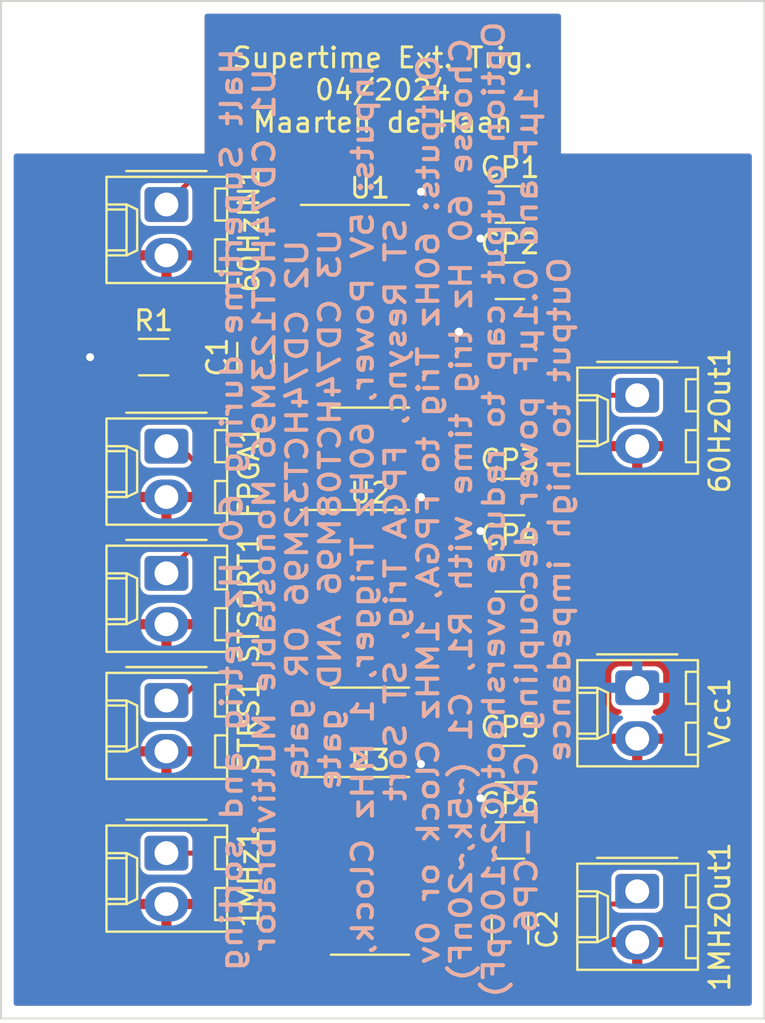
<source format=kicad_pcb>
(kicad_pcb (version 20211014) (generator pcbnew)
  (layers (0 "F.Cu" signal) (31 "B.Cu" signal) (34 "B.Paste" user) (35 "F.Paste" user) (36 "B.SilkS" user "B.Silkscreen") (37 "F.SilkS" user "F.Silkscreen") (38 "B.Mask" user) (39 "F.Mask" user) (44 "Edge.Cuts" user))
  (net 0 "")
  (net 1 "Net-(C1-Pad1)")
  (net 2 "Net-(C1-Pad2)")
  (net 3 "/1 MHz Output")
  (net 4 "GND")
  (net 5 "+5V")
  (net 6 "/60 Hz Trigger")
  (net 7 "/60 Hz Output")
  (net 8 "/1 MHz Clock")
  (net 9 "/Supertime Resync")
  (net 10 "/FPGA input")
  (net 11 "/Supertime Sorting")
  (net 17 "/ST Sort||FPGA input")
  (net 18 "/ST Resync||60 Hz")
  (net 21 "/(ST Resync||60 Hz)&&1 MHz")
  (footprint "Capacitor_SMD:C_1206_3216Metric" (layer "F.Cu") (at 154.94 99.06)
    (fp_text reference "CP6" (at 0 -1.85) (layer "F.SilkS"))
    (fp_text value "1µF")
    (fp_line (start -0.711252 -0.91) (end 0.711252 -0.91) (layer "F.SilkS") (width 0.12))
    (fp_line (start -0.711252 0.91) (end 0.711252 0.91) (layer "F.SilkS") (width 0.12))
    (pad "1" smd roundrect (at -1.475 0) (size 1.15 1.8) (layers "F.Cu" "F.Paste" "F.Mask") (roundrect_rratio 0.2173913043) (net 5 "+5V"))
    (pad "2" smd roundrect (at 1.475 0) (size 1.15 1.8) (layers "F.Cu" "F.Paste" "F.Mask") (roundrect_rratio 0.2173913043) (net 4 "GND"))
  )
  (footprint "Capacitor_SMD:C_1206_3216Metric" (layer "F.Cu") (at 154.94 85.725)
    (fp_text reference "CP4" (at 0 -1.905) (layer "F.SilkS"))
    (fp_text value "1µF")
    (fp_line (start -0.711252 -0.91) (end 0.711252 -0.91) (layer "F.SilkS") (width 0.12))
    (fp_line (start -0.711252 0.91) (end 0.711252 0.91) (layer "F.SilkS") (width 0.12))
    (pad "1" smd roundrect (at -1.475 0) (size 1.15 1.8) (layers "F.Cu" "F.Paste" "F.Mask") (roundrect_rratio 0.2173913043) (net 5 "+5V"))
    (pad "2" smd roundrect (at 1.475 0) (size 1.15 1.8) (layers "F.Cu" "F.Paste" "F.Mask") (roundrect_rratio 0.2173913043) (net 4 "GND"))
  )
  (footprint "Capacitor_SMD:C_1206_3216Metric" (layer "F.Cu") (at 154.94 103.505 -90)
    (fp_text reference "C2" (at 0 -1.85 90) (layer "F.SilkS"))
    (fp_text value "100pF")
    (fp_line (start -0.711252 0.91) (end 0.711252 0.91) (layer "F.SilkS") (width 0.12))
    (fp_line (start -0.711252 -0.91) (end 0.711252 -0.91) (layer "F.SilkS") (width 0.12))
    (pad "1" smd roundrect (at -1.475 0 270) (size 1.15 1.8) (layers "F.Cu" "F.Paste" "F.Mask") (roundrect_rratio 0.2173913043) (net 3 "/1 MHz Output"))
    (pad "2" smd roundrect (at 1.475 0 270) (size 1.15 1.8) (layers "F.Cu" "F.Paste" "F.Mask") (roundrect_rratio 0.2173913043) (net 4 "GND"))
  )
  (footprint "Connector_Molex:Molex_KK-254_AE-6410-02A_1x02_P2.54mm_Vertical" (layer "F.Cu") (at 137.795 99.695 -90)
    (fp_text reference "1MHz1" (at 1.27 -4.12 90) (layer "F.SilkS"))
    (fp_text value "1 MHz Clock")
    (fp_line (start 1.74 -3.03) (end 1.74 -2.43) (layer "F.SilkS") (width 0.12))
    (fp_line (start 1.74 -2.43) (end 3.34 -2.43) (layer "F.SilkS") (width 0.12))
    (fp_line (start -0.8 -2.43) (end 0.8 -2.43) (layer "F.SilkS") (width 0.12))
    (fp_line (start -0.8 -3.03) (end -0.8 -2.43) (layer "F.SilkS") (width 0.12))
    (fp_line (start 0.8 -2.43) (end 0.8 -3.03) (layer "F.SilkS") (width 0.12))
    (fp_line (start 2.29 1.46) (end 2.54 1.99) (layer "F.SilkS") (width 0.12))
    (fp_line (start 2.54 1.99) (end 2.54 2.99) (layer "F.SilkS") (width 0.12))
    (fp_line (start 3.92 -3.03) (end -1.38 -3.03) (layer "F.SilkS") (width 0.12))
    (fp_line (start 2.29 2.99) (end 2.29 1.99) (layer "F.SilkS") (width 0.12))
    (fp_line (start 3.34 -2.43) (end 3.34 -3.03) (layer "F.SilkS") (width 0.12))
    (fp_line (start 3.92 2.99) (end 3.92 -3.03) (layer "F.SilkS") (width 0.12))
    (fp_line (start 0 1.99) (end 0.25 1.46) (layer "F.SilkS") (width 0.12))
    (fp_line (start 0.25 1.46) (end 2.29 1.46) (layer "F.SilkS") (width 0.12))
    (fp_line (start 0 2.99) (end 0 1.99) (layer "F.SilkS") (width 0.12))
    (fp_line (start 0 1.99) (end 2.54 1.99) (layer "F.SilkS") (width 0.12))
    (fp_line (start -1.67 -2) (end -1.67 2) (layer "F.SilkS") (width 0.12))
    (fp_line (start 0.25 2.99) (end 0.25 1.99) (layer "F.SilkS") (width 0.12))
    (fp_line (start -1.38 -3.03) (end -1.38 2.99) (layer "F.SilkS") (width 0.12))
    (fp_line (start -1.38 2.99) (end 3.92 2.99) (layer "F.SilkS") (width 0.12))
    (pad "1" thru_hole roundrect (at 0 0 270) (size 1.74 2.19) (drill 1.19) (layers *.Cu *.Mask) (roundrect_rratio 0.1436781609) (net 8 "/1 MHz Clock"))
    (pad "2" thru_hole oval (at 2.54 0 270) (size 1.74 2.19) (drill 1.19) (layers *.Cu *.Mask) (net 4 "GND"))
  )
  (footprint "Capacitor_SMD:C_1206_3216Metric" (layer "F.Cu") (at 142.24 74.93 -90)
    (fp_text reference "C1" (at 0 1.905 90) (layer "F.SilkS"))
    (fp_text value "20nF")
    (fp_line (start -0.711252 -0.91) (end 0.711252 -0.91) (layer "F.SilkS") (width 0.12))
    (fp_line (start -0.711252 0.91) (end 0.711252 0.91) (layer "F.SilkS") (width 0.12))
    (pad "1" smd roundrect (at -1.475 0 270) (size 1.15 1.8) (layers "F.Cu" "F.Paste" "F.Mask") (roundrect_rratio 0.2173913043) (net 1 "Net-(C1-Pad1)"))
    (pad "2" smd roundrect (at 1.475 0 270) (size 1.15 1.8) (layers "F.Cu" "F.Paste" "F.Mask") (roundrect_rratio 0.2173913043) (net 2 "Net-(C1-Pad2)"))
  )
  (footprint "Package_SO:SOIC-14_3.9x8.7mm_P1.27mm" (layer "F.Cu") (at 147.955 100.33)
    (fp_text reference "U3" (at 0 -5.28) (layer "F.SilkS"))
    (fp_text value "CD74HCT08M96")
    (fp_line (start 0 4.435) (end 1.95 4.435) (layer "F.SilkS") (width 0.12))
    (fp_line (start 0 -4.435) (end 1.95 -4.435) (layer "F.SilkS") (width 0.12))
    (fp_line (start 0 4.435) (end -1.95 4.435) (layer "F.SilkS") (width 0.12))
    (fp_line (start 0 -4.435) (end -3.45 -4.435) (layer "F.SilkS") (width 0.12))
    (pad "1" smd roundrect (at -2.475 -3.81) (size 1.95 0.6) (layers "F.Cu" "F.Paste" "F.Mask") (net 18 "/ST Resync||60 Hz"))
    (pad "2" smd roundrect (at -2.475 -2.54) (size 1.95 0.6) (layers "F.Cu" "F.Paste" "F.Mask") (net 8 "/1 MHz Clock"))
    (pad "3" smd roundrect (at -2.475 -1.27) (size 1.95 0.6) (layers "F.Cu" "F.Paste" "F.Mask") (net 21 "/(ST Resync||60 Hz)&&1 MHz"))
    (pad "4" smd roundrect (at -2.475 0) (size 1.95 0.6) (layers "F.Cu" "F.Paste" "F.Mask") (net 21 "/(ST Resync||60 Hz)&&1 MHz"))
    (pad "5" smd roundrect (at -2.475 1.27) (size 1.95 0.6) (layers "F.Cu" "F.Paste" "F.Mask") (net 17 "/ST Sort||FPGA input"))
    (pad "6" smd roundrect (at -2.475 2.54) (size 1.95 0.6) (layers "F.Cu" "F.Paste" "F.Mask") (net 3 "/1 MHz Output"))
    (pad "7" smd roundrect (at -2.475 3.81) (size 1.95 0.6) (layers "F.Cu" "F.Paste" "F.Mask") (net 4 "GND"))
    (pad "8" smd roundrect (at 2.475 3.81) (size 1.95 0.6) (layers "F.Cu" "F.Paste" "F.Mask"))
    (pad "9" smd roundrect (at 2.475 2.54) (size 1.95 0.6) (layers "F.Cu" "F.Paste" "F.Mask") (net 4 "GND"))
    (pad "10" smd roundrect (at 2.475 1.27) (size 1.95 0.6) (layers "F.Cu" "F.Paste" "F.Mask") (net 4 "GND"))
    (pad "11" smd roundrect (at 2.475 0) (size 1.95 0.6) (layers "F.Cu" "F.Paste" "F.Mask"))
    (pad "12" smd roundrect (at 2.475 -1.27) (size 1.95 0.6) (layers "F.Cu" "F.Paste" "F.Mask") (net 4 "GND"))
    (pad "13" smd roundrect (at 2.475 -2.54) (size 1.95 0.6) (layers "F.Cu" "F.Paste" "F.Mask") (net 4 "GND"))
    (pad "14" smd roundrect (at 2.475 -3.81) (size 1.95 0.6) (layers "F.Cu" "F.Paste" "F.Mask") (net 5 "+5V"))
  )
  (footprint "Connector_Molex:Molex_KK-254_AE-6410-02A_1x02_P2.54mm_Vertical" (layer "F.Cu") (at 137.795 79.375 -90)
    (fp_text reference "FPGA1" (at 1.27 -4.12 90) (layer "F.SilkS"))
    (fp_text value "FPGA Input")
    (fp_line (start 0.25 1.46) (end 2.29 1.46) (layer "F.SilkS") (width 0.12))
    (fp_line (start 2.54 1.99) (end 2.54 2.99) (layer "F.SilkS") (width 0.12))
    (fp_line (start 0 1.99) (end 0.25 1.46) (layer "F.SilkS") (width 0.12))
    (fp_line (start -0.8 -3.03) (end -0.8 -2.43) (layer "F.SilkS") (width 0.12))
    (fp_line (start 2.29 1.46) (end 2.54 1.99) (layer "F.SilkS") (width 0.12))
    (fp_line (start 2.29 2.99) (end 2.29 1.99) (layer "F.SilkS") (width 0.12))
    (fp_line (start 1.74 -3.03) (end 1.74 -2.43) (layer "F.SilkS") (width 0.12))
    (fp_line (start -1.67 -2) (end -1.67 2) (layer "F.SilkS") (width 0.12))
    (fp_line (start 1.74 -2.43) (end 3.34 -2.43) (layer "F.SilkS") (width 0.12))
    (fp_line (start 0 2.99) (end 0 1.99) (layer "F.SilkS") (width 0.12))
    (fp_line (start -1.38 2.99) (end 3.92 2.99) (layer "F.SilkS") (width 0.12))
    (fp_line (start -1.38 -3.03) (end -1.38 2.99) (layer "F.SilkS") (width 0.12))
    (fp_line (start 3.92 2.99) (end 3.92 -3.03) (layer "F.SilkS") (width 0.12))
    (fp_line (start -0.8 -2.43) (end 0.8 -2.43) (layer "F.SilkS") (width 0.12))
    (fp_line (start 0.25 2.99) (end 0.25 1.99) (layer "F.SilkS") (width 0.12))
    (fp_line (start 0.8 -2.43) (end 0.8 -3.03) (layer "F.SilkS") (width 0.12))
    (fp_line (start 3.92 -3.03) (end -1.38 -3.03) (layer "F.SilkS") (width 0.12))
    (fp_line (start 0 1.99) (end 2.54 1.99) (layer "F.SilkS") (width 0.12))
    (fp_line (start 3.34 -2.43) (end 3.34 -3.03) (layer "F.SilkS") (width 0.12))
    (pad "1" thru_hole roundrect (at 0 0 270) (size 1.74 2.19) (drill 1.19) (layers *.Cu *.Mask) (roundrect_rratio 0.1436781609) (net 10 "/FPGA input"))
    (pad "2" thru_hole oval (at 2.54 0 270) (size 1.74 2.19) (drill 1.19) (layers *.Cu *.Mask) (net 4 "GND"))
  )
  (footprint "MountingHole:MountingHole_3.2mm_M3" (layer "F.Cu") (at 135.89 60.96)
    (fp_text reference "H2" hide)
    (fp_text value "MountingHole")
    (pad "" np_thru_hole circle (at 0 0) (size 3.2 3.2) (drill 3.2) (layers *.Cu *.Mask))
  )
  (footprint "Connector_Molex:Molex_KK-254_AE-6410-02A_1x02_P2.54mm_Vertical" (layer "F.Cu") (at 137.795 92.075 -90)
    (fp_text reference "STRS1" (at 1.27 -4.12 90) (layer "F.SilkS"))
    (fp_text value "Supertime Resync")
    (fp_line (start 2.54 1.99) (end 2.54 2.99) (layer "F.SilkS") (width 0.12))
    (fp_line (start 1.74 -3.03) (end 1.74 -2.43) (layer "F.SilkS") (width 0.12))
    (fp_line (start 0 1.99) (end 0.25 1.46) (layer "F.SilkS") (width 0.12))
    (fp_line (start 1.74 -2.43) (end 3.34 -2.43) (layer "F.SilkS") (width 0.12))
    (fp_line (start -1.38 -3.03) (end -1.38 2.99) (layer "F.SilkS") (width 0.12))
    (fp_line (start 0 2.99) (end 0 1.99) (layer "F.SilkS") (width 0.12))
    (fp_line (start -1.67 -2) (end -1.67 2) (layer "F.SilkS") (width 0.12))
    (fp_line (start 2.29 1.46) (end 2.54 1.99) (layer "F.SilkS") (width 0.12))
    (fp_line (start 0.8 -2.43) (end 0.8 -3.03) (layer "F.SilkS") (width 0.12))
    (fp_line (start 0.25 2.99) (end 0.25 1.99) (layer "F.SilkS") (width 0.12))
    (fp_line (start 3.92 -3.03) (end -1.38 -3.03) (layer "F.SilkS") (width 0.12))
    (fp_line (start 0.25 1.46) (end 2.29 1.46) (layer "F.SilkS") (width 0.12))
    (fp_line (start 0 1.99) (end 2.54 1.99) (layer "F.SilkS") (width 0.12))
    (fp_line (start -0.8 -2.43) (end 0.8 -2.43) (layer "F.SilkS") (width 0.12))
    (fp_line (start -1.38 2.99) (end 3.92 2.99) (layer "F.SilkS") (width 0.12))
    (fp_line (start 3.92 2.99) (end 3.92 -3.03) (layer "F.SilkS") (width 0.12))
    (fp_line (start 3.34 -2.43) (end 3.34 -3.03) (layer "F.SilkS") (width 0.12))
    (fp_line (start 2.29 2.99) (end 2.29 1.99) (layer "F.SilkS") (width 0.12))
    (fp_line (start -0.8 -3.03) (end -0.8 -2.43) (layer "F.SilkS") (width 0.12))
    (pad "1" thru_hole roundrect (at 0 0 270) (size 1.74 2.19) (drill 1.19) (layers *.Cu *.Mask) (roundrect_rratio 0.1436781609) (net 9 "/Supertime Resync"))
    (pad "2" thru_hole oval (at 2.54 0 270) (size 1.74 2.19) (drill 1.19) (layers *.Cu *.Mask) (net 4 "GND"))
  )
  (footprint "Resistor_SMD:R_1206_3216Metric" (layer "F.Cu") (at 137.16 74.93)
    (fp_text reference "R1" (at 0 -1.82) (layer "F.SilkS"))
    (fp_text value "5kΩ")
    (fp_line (start -0.727064 -0.91) (end 0.727064 -0.91) (layer "F.SilkS") (width 0.12))
    (fp_line (start -0.727064 0.91) (end 0.727064 0.91) (layer "F.SilkS") (width 0.12))
    (pad "1" smd roundrect (at -1.4625 0) (size 1.125 1.75) (layers "F.Cu" "F.Paste" "F.Mask") (roundrect_rratio 0.2222222222) (net 5 "+5V"))
    (pad "2" smd roundrect (at 1.4625 0) (size 1.125 1.75) (layers "F.Cu" "F.Paste" "F.Mask") (roundrect_rratio 0.2222222222) (net 2 "Net-(C1-Pad2)"))
  )
  (footprint "Connector_Molex:Molex_KK-254_AE-6410-02A_1x02_P2.54mm_Vertical" (layer "F.Cu") (at 137.795 67.31 -90)
    (fp_text reference "60HzIN1" (at 1.27 -4.12 90) (layer "F.SilkS"))
    (fp_text value "60 Hz Trigger")
    (fp_line (start 0.25 1.46) (end 2.29 1.46) (layer "F.SilkS") (width 0.12))
    (fp_line (start 0 1.99) (end 0.25 1.46) (layer "F.SilkS") (width 0.12))
    (fp_line (start -0.8 -3.03) (end -0.8 -2.43) (layer "F.SilkS") (width 0.12))
    (fp_line (start 0 2.99) (end 0 1.99) (layer "F.SilkS") (width 0.12))
    (fp_line (start -0.8 -2.43) (end 0.8 -2.43) (layer "F.SilkS") (width 0.12))
    (fp_line (start 1.74 -2.43) (end 3.34 -2.43) (layer "F.SilkS") (width 0.12))
    (fp_line (start 0 1.99) (end 2.54 1.99) (layer "F.SilkS") (width 0.12))
    (fp_line (start -1.38 -3.03) (end -1.38 2.99) (layer "F.SilkS") (width 0.12))
    (fp_line (start 1.74 -3.03) (end 1.74 -2.43) (layer "F.SilkS") (width 0.12))
    (fp_line (start 3.92 2.99) (end 3.92 -3.03) (layer "F.SilkS") (width 0.12))
    (fp_line (start 2.29 1.46) (end 2.54 1.99) (layer "F.SilkS") (width 0.12))
    (fp_line (start 2.29 2.99) (end 2.29 1.99) (layer "F.SilkS") (width 0.12))
    (fp_line (start -1.38 2.99) (end 3.92 2.99) (layer "F.SilkS") (width 0.12))
    (fp_line (start 0.25 2.99) (end 0.25 1.99) (layer "F.SilkS") (width 0.12))
    (fp_line (start 2.54 1.99) (end 2.54 2.99) (layer "F.SilkS") (width 0.12))
    (fp_line (start 0.8 -2.43) (end 0.8 -3.03) (layer "F.SilkS") (width 0.12))
    (fp_line (start -1.67 -2) (end -1.67 2) (layer "F.SilkS") (width 0.12))
    (fp_line (start 3.92 -3.03) (end -1.38 -3.03) (layer "F.SilkS") (width 0.12))
    (fp_line (start 3.34 -2.43) (end 3.34 -3.03) (layer "F.SilkS") (width 0.12))
    (pad "1" thru_hole roundrect (at 0 0 270) (size 1.74 2.19) (drill 1.19) (layers *.Cu *.Mask) (roundrect_rratio 0.1436781609) (net 6 "/60 Hz Trigger"))
    (pad "2" thru_hole oval (at 2.54 0 270) (size 1.74 2.19) (drill 1.19) (layers *.Cu *.Mask) (net 4 "GND"))
  )
  (footprint "Connector_Molex:Molex_KK-254_AE-6410-02A_1x02_P2.54mm_Vertical" (layer "F.Cu") (at 161.29 101.6 -90)
    (fp_text reference "1MHzOut1" (at 1.27 -4.12 90) (layer "F.SilkS"))
    (fp_text value "1 MHz Output")
    (fp_line (start 0.25 2.99) (end 0.25 1.99) (layer "F.SilkS") (width 0.12))
    (fp_line (start 2.29 2.99) (end 2.29 1.99) (layer "F.SilkS") (width 0.12))
    (fp_line (start -0.8 -2.43) (end 0.8 -2.43) (layer "F.SilkS") (width 0.12))
    (fp_line (start 1.74 -2.43) (end 3.34 -2.43) (layer "F.SilkS") (width 0.12))
    (fp_line (start 0 2.99) (end 0 1.99) (layer "F.SilkS") (width 0.12))
    (fp_line (start 0 1.99) (end 2.54 1.99) (layer "F.SilkS") (width 0.12))
    (fp_line (start 1.74 -3.03) (end 1.74 -2.43) (layer "F.SilkS") (width 0.12))
    (fp_line (start 0 1.99) (end 0.25 1.46) (layer "F.SilkS") (width 0.12))
    (fp_line (start 2.54 1.99) (end 2.54 2.99) (layer "F.SilkS") (width 0.12))
    (fp_line (start 0.25 1.46) (end 2.29 1.46) (layer "F.SilkS") (width 0.12))
    (fp_line (start 3.92 2.99) (end 3.92 -3.03) (layer "F.SilkS") (width 0.12))
    (fp_line (start -0.8 -3.03) (end -0.8 -2.43) (layer "F.SilkS") (width 0.12))
    (fp_line (start 2.29 1.46) (end 2.54 1.99) (layer "F.SilkS") (width 0.12))
    (fp_line (start -1.38 -3.03) (end -1.38 2.99) (layer "F.SilkS") (width 0.12))
    (fp_line (start -1.67 -2) (end -1.67 2) (layer "F.SilkS") (width 0.12))
    (fp_line (start 0.8 -2.43) (end 0.8 -3.03) (layer "F.SilkS") (width 0.12))
    (fp_line (start -1.38 2.99) (end 3.92 2.99) (layer "F.SilkS") (width 0.12))
    (fp_line (start 3.92 -3.03) (end -1.38 -3.03) (layer "F.SilkS") (width 0.12))
    (fp_line (start 3.34 -2.43) (end 3.34 -3.03) (layer "F.SilkS") (width 0.12))
    (pad "1" thru_hole roundrect (at 0 0 270) (size 1.74 2.19) (drill 1.19) (layers *.Cu *.Mask) (roundrect_rratio 0.1436781609) (net 3 "/1 MHz Output"))
    (pad "2" thru_hole oval (at 2.54 0 270) (size 1.74 2.19) (drill 1.19) (layers *.Cu *.Mask) (net 4 "GND"))
  )
  (footprint "Capacitor_SMD:C_1206_3216Metric" (layer "F.Cu") (at 154.94 67.31)
    (fp_text reference "CP1" (at 0 -1.85) (layer "F.SilkS"))
    (fp_text value "100nF")
    (fp_line (start -0.711252 -0.91) (end 0.711252 -0.91) (layer "F.SilkS") (width 0.12))
    (fp_line (start -0.711252 0.91) (end 0.711252 0.91) (layer "F.SilkS") (width 0.12))
    (pad "1" smd roundrect (at -1.475 0) (size 1.15 1.8) (layers "F.Cu" "F.Paste" "F.Mask") (roundrect_rratio 0.2173913043) (net 5 "+5V"))
    (pad "2" smd roundrect (at 1.475 0) (size 1.15 1.8) (layers "F.Cu" "F.Paste" "F.Mask") (roundrect_rratio 0.2173913043) (net 4 "GND"))
  )
  (footprint "Capacitor_SMD:C_1206_3216Metric" (layer "F.Cu") (at 154.94 71.12)
    (fp_text reference "CP2" (at 0 -1.85) (layer "F.SilkS"))
    (fp_text value "1µF")
    (fp_line (start -0.711252 -0.91) (end 0.711252 -0.91) (layer "F.SilkS") (width 0.12))
    (fp_line (start -0.711252 0.91) (end 0.711252 0.91) (layer "F.SilkS") (width 0.12))
    (pad "1" smd roundrect (at -1.475 0) (size 1.15 1.8) (layers "F.Cu" "F.Paste" "F.Mask") (roundrect_rratio 0.2173913043) (net 5 "+5V"))
    (pad "2" smd roundrect (at 1.475 0) (size 1.15 1.8) (layers "F.Cu" "F.Paste" "F.Mask") (roundrect_rratio 0.2173913043) (net 4 "GND"))
  )
  (footprint "Connector_Molex:Molex_KK-254_AE-6410-02A_1x02_P2.54mm_Vertical" (layer "F.Cu") (at 161.29 91.44 -90)
    (fp_text reference "Vcc1" (at 1.27 -4.12 90) (layer "F.SilkS"))
    (fp_text value "Power")
    (fp_line (start 1.74 -2.43) (end 3.34 -2.43) (layer "F.SilkS") (width 0.12))
    (fp_line (start 0 1.99) (end 0.25 1.46) (layer "F.SilkS") (width 0.12))
    (fp_line (start -0.8 -2.43) (end 0.8 -2.43) (layer "F.SilkS") (width 0.12))
    (fp_line (start 1.74 -3.03) (end 1.74 -2.43) (layer "F.SilkS") (width 0.12))
    (fp_line (start 3.92 2.99) (end 3.92 -3.03) (layer "F.SilkS") (width 0.12))
    (fp_line (start 3.92 -3.03) (end -1.38 -3.03) (layer "F.SilkS") (width 0.12))
    (fp_line (start 2.29 1.46) (end 2.54 1.99) (layer "F.SilkS") (width 0.12))
    (fp_line (start 0 2.99) (end 0 1.99) (layer "F.SilkS") (width 0.12))
    (fp_line (start 0.8 -2.43) (end 0.8 -3.03) (layer "F.SilkS") (width 0.12))
    (fp_line (start 0.25 2.99) (end 0.25 1.99) (layer "F.SilkS") (width 0.12))
    (fp_line (start 0.25 1.46) (end 2.29 1.46) (layer "F.SilkS") (width 0.12))
    (fp_line (start 2.54 1.99) (end 2.54 2.99) (layer "F.SilkS") (width 0.12))
    (fp_line (start -1.38 -3.03) (end -1.38 2.99) (layer "F.SilkS") (width 0.12))
    (fp_line (start -0.8 -3.03) (end -0.8 -2.43) (layer "F.SilkS") (width 0.12))
    (fp_line (start 0 1.99) (end 2.54 1.99) (layer "F.SilkS") (width 0.12))
    (fp_line (start -1.67 -2) (end -1.67 2) (layer "F.SilkS") (width 0.12))
    (fp_line (start 2.29 2.99) (end 2.29 1.99) (layer "F.SilkS") (width 0.12))
    (fp_line (start 3.34 -2.43) (end 3.34 -3.03) (layer "F.SilkS") (width 0.12))
    (fp_line (start -1.38 2.99) (end 3.92 2.99) (layer "F.SilkS") (width 0.12))
    (pad "1" thru_hole roundrect (at 0 0 270) (size 1.74 2.19) (drill 1.19) (layers *.Cu *.Mask) (roundrect_rratio 0.1436781609) (net 5 "+5V"))
    (pad "2" thru_hole oval (at 2.54 0 270) (size 1.74 2.19) (drill 1.19) (layers *.Cu *.Mask) (net 4 "GND"))
  )
  (footprint "MountingHole:MountingHole_3.2mm_M3" (layer "F.Cu") (at 161.29 60.96)
    (fp_text reference "H1" hide)
    (fp_text value "MountingHole")
    (pad "" np_thru_hole circle (at 0 0) (size 3.2 3.2) (drill 3.2) (layers *.Cu *.Mask))
  )
  (footprint "Capacitor_SMD:C_1206_3216Metric" (layer "F.Cu") (at 154.94 81.915)
    (fp_text reference "CP3" (at 0 -1.85) (layer "F.SilkS"))
    (fp_text value "100nF")
    (fp_line (start -0.711252 -0.91) (end 0.711252 -0.91) (layer "F.SilkS") (width 0.12))
    (fp_line (start -0.711252 0.91) (end 0.711252 0.91) (layer "F.SilkS") (width 0.12))
    (pad "1" smd roundrect (at -1.475 0) (size 1.15 1.8) (layers "F.Cu" "F.Paste" "F.Mask") (roundrect_rratio 0.2173913043) (net 5 "+5V"))
    (pad "2" smd roundrect (at 1.475 0) (size 1.15 1.8) (layers "F.Cu" "F.Paste" "F.Mask") (roundrect_rratio 0.2173913043) (net 4 "GND"))
  )
  (footprint "Package_SO:SOIC-16_3.9x9.9mm_P1.27mm" (layer "F.Cu") (at 147.955 72.39)
    (fp_text reference "U1" (at 0 -5.9) (layer "F.SilkS"))
    (fp_text value "CD74HCT123M96")
    (fp_line (start 0 5.06) (end 1.95 5.06) (layer "F.SilkS") (width 0.12))
    (fp_line (start 0 5.06) (end -1.95 5.06) (layer "F.SilkS") (width 0.12))
    (fp_line (start 0 -5.06) (end 1.95 -5.06) (layer "F.SilkS") (width 0.12))
    (fp_line (start 0 -5.06) (end -3.45 -5.06) (layer "F.SilkS") (width 0.12))
    (pad "1" smd roundrect (at -2.475 -4.445) (size 1.95 0.6) (layers "F.Cu" "F.Paste" "F.Mask") (net 4 "GND"))
    (pad "2" smd roundrect (at -2.475 -3.175) (size 1.95 0.6) (layers "F.Cu" "F.Paste" "F.Mask") (net 4 "GND"))
    (pad "3" smd roundrect (at -2.475 -1.905) (size 1.95 0.6) (layers "F.Cu" "F.Paste" "F.Mask") (net 4 "GND"))
    (pad "4" smd roundrect (at -2.475 -0.635) (size 1.95 0.6) (layers "F.Cu" "F.Paste" "F.Mask"))
    (pad "5" smd roundrect (at -2.475 0.635) (size 1.95 0.6) (layers "F.Cu" "F.Paste" "F.Mask") (net 7 "/60 Hz Output"))
    (pad "6" smd roundrect (at -2.475 1.905) (size 1.95 0.6) (layers "F.Cu" "F.Paste" "F.Mask") (net 1 "Net-(C1-Pad1)"))
    (pad "7" smd roundrect (at -2.475 3.175) (size 1.95 0.6) (layers "F.Cu" "F.Paste" "F.Mask") (net 2 "Net-(C1-Pad2)"))
    (pad "8" smd roundrect (at -2.475 4.445) (size 1.95 0.6) (layers "F.Cu" "F.Paste" "F.Mask") (net 4 "GND"))
    (pad "9" smd roundrect (at 2.475 4.445) (size 1.95 0.6) (layers "F.Cu" "F.Paste" "F.Mask") (net 4 "GND"))
    (pad "10" smd roundrect (at 2.475 3.175) (size 1.95 0.6) (layers "F.Cu" "F.Paste" "F.Mask") (net 6 "/60 Hz Trigger"))
    (pad "11" smd roundrect (at 2.475 1.905) (size 1.95 0.6) (layers "F.Cu" "F.Paste" "F.Mask") (net 5 "+5V"))
    (pad "12" smd roundrect (at 2.475 0.635) (size 1.95 0.6) (layers "F.Cu" "F.Paste" "F.Mask"))
    (pad "13" smd roundrect (at 2.475 -0.635) (size 1.95 0.6) (layers "F.Cu" "F.Paste" "F.Mask"))
    (pad "14" smd roundrect (at 2.475 -1.905) (size 1.95 0.6) (layers "F.Cu" "F.Paste" "F.Mask"))
    (pad "15" smd roundrect (at 2.475 -3.175) (size 1.95 0.6) (layers "F.Cu" "F.Paste" "F.Mask"))
    (pad "16" smd roundrect (at 2.475 -4.445) (size 1.95 0.6) (layers "F.Cu" "F.Paste" "F.Mask") (net 5 "+5V"))
  )
  (footprint "Connector_Molex:Molex_KK-254_AE-6410-02A_1x02_P2.54mm_Vertical" (layer "F.Cu") (at 137.795 85.725 -90)
    (fp_text reference "STSORT1" (at 1.27 -4.12 90) (layer "F.SilkS"))
    (fp_text value "Supertime Sorting")
    (fp_line (start 2.29 1.46) (end 2.54 1.99) (layer "F.SilkS") (width 0.12))
    (fp_line (start 0.8 -2.43) (end 0.8 -3.03) (layer "F.SilkS") (width 0.12))
    (fp_line (start 3.92 -3.03) (end -1.38 -3.03) (layer "F.SilkS") (width 0.12))
    (fp_line (start 0 1.99) (end 2.54 1.99) (layer "F.SilkS") (width 0.12))
    (fp_line (start 2.29 2.99) (end 2.29 1.99) (layer "F.SilkS") (width 0.12))
    (fp_line (start 0 1.99) (end 0.25 1.46) (layer "F.SilkS") (width 0.12))
    (fp_line (start 0.25 2.99) (end 0.25 1.99) (layer "F.SilkS") (width 0.12))
    (fp_line (start 1.74 -3.03) (end 1.74 -2.43) (layer "F.SilkS") (width 0.12))
    (fp_line (start 0 2.99) (end 0 1.99) (layer "F.SilkS") (width 0.12))
    (fp_line (start 1.74 -2.43) (end 3.34 -2.43) (layer "F.SilkS") (width 0.12))
    (fp_line (start 3.34 -2.43) (end 3.34 -3.03) (layer "F.SilkS") (width 0.12))
    (fp_line (start -1.67 -2) (end -1.67 2) (layer "F.SilkS") (width 0.12))
    (fp_line (start -0.8 -3.03) (end -0.8 -2.43) (layer "F.SilkS") (width 0.12))
    (fp_line (start -1.38 -3.03) (end -1.38 2.99) (layer "F.SilkS") (width 0.12))
    (fp_line (start 3.92 2.99) (end 3.92 -3.03) (layer "F.SilkS") (width 0.12))
    (fp_line (start 2.54 1.99) (end 2.54 2.99) (layer "F.SilkS") (width 0.12))
    (fp_line (start -1.38 2.99) (end 3.92 2.99) (layer "F.SilkS") (width 0.12))
    (fp_line (start -0.8 -2.43) (end 0.8 -2.43) (layer "F.SilkS") (width 0.12))
    (fp_line (start 0.25 1.46) (end 2.29 1.46) (layer "F.SilkS") (width 0.12))
    (pad "1" thru_hole roundrect (at 0 0 270) (size 1.74 2.19) (drill 1.19) (layers *.Cu *.Mask) (roundrect_rratio 0.1436781609) (net 11 "/Supertime Sorting"))
    (pad "2" thru_hole oval (at 2.54 0 270) (size 1.74 2.19) (drill 1.19) (layers *.Cu *.Mask) (net 4 "GND"))
  )
  (footprint "Package_SO:SOIC-14_3.9x8.7mm_P1.27mm" (layer "F.Cu") (at 147.955 86.995)
    (fp_text reference "U2" (at 0 -5.28) (layer "F.SilkS"))
    (fp_text value "CD74HCT32M96")
    (fp_line (start 0 -4.435) (end -3.45 -4.435) (layer "F.SilkS") (width 0.12))
    (fp_line (start 0 -4.435) (end 1.95 -4.435) (layer "F.SilkS") (width 0.12))
    (fp_line (start 0 4.435) (end -1.95 4.435) (layer "F.SilkS") (width 0.12))
    (fp_line (start 0 4.435) (end 1.95 4.435) (layer "F.SilkS") (width 0.12))
    (pad "1" smd roundrect (at -2.475 -3.81) (size 1.95 0.6) (layers "F.Cu" "F.Paste" "F.Mask") (net 10 "/FPGA input"))
    (pad "2" smd roundrect (at -2.475 -2.54) (size 1.95 0.6) (layers "F.Cu" "F.Paste" "F.Mask") (net 11 "/Supertime Sorting"))
    (pad "3" smd roundrect (at -2.475 -1.27) (size 1.95 0.6) (layers "F.Cu" "F.Paste" "F.Mask") (net 17 "/ST Sort||FPGA input"))
    (pad "4" smd roundrect (at -2.475 0) (size 1.95 0.6) (layers "F.Cu" "F.Paste" "F.Mask") (net 7 "/60 Hz Output"))
    (pad "5" smd roundrect (at -2.475 1.27) (size 1.95 0.6) (layers "F.Cu" "F.Paste" "F.Mask") (net 9 "/Supertime Resync"))
    (pad "6" smd roundrect (at -2.475 2.54) (size 1.95 0.6) (layers "F.Cu" "F.Paste" "F.Mask") (net 18 "/ST Resync||60 Hz"))
    (pad "7" smd roundrect (at -2.475 3.81) (size 1.95 0.6) (layers "F.Cu" "F.Paste" "F.Mask") (net 4 "GND"))
    (pad "8" smd roundrect (at 2.475 3.81) (size 1.95 0.6) (layers "F.Cu" "F.Paste" "F.Mask"))
    (pad "9" smd roundrect (at 2.475 2.54) (size 1.95 0.6) (layers "F.Cu" "F.Paste" "F.Mask") (net 4 "GND"))
    (pad "10" smd roundrect (at 2.475 1.27) (size 1.95 0.6) (layers "F.Cu" "F.Paste" "F.Mask") (net 4 "GND"))
    (pad "11" smd roundrect (at 2.475 0) (size 1.95 0.6) (layers "F.Cu" "F.Paste" "F.Mask"))
    (pad "12" smd roundrect (at 2.475 -1.27) (size 1.95 0.6) (layers "F.Cu" "F.Paste" "F.Mask") (net 4 "GND"))
    (pad "13" smd roundrect (at 2.475 -2.54) (size 1.95 0.6) (layers "F.Cu" "F.Paste" "F.Mask") (net 4 "GND"))
    (pad "14" smd roundrect (at 2.475 -3.81) (size 1.95 0.6) (layers "F.Cu" "F.Paste" "F.Mask") (net 5 "+5V"))
  )
  (footprint "Connector_Molex:Molex_KK-254_AE-6410-02A_1x02_P2.54mm_Vertical" (layer "F.Cu") (at 161.29 76.835 -90)
    (fp_text reference "60HzOut1" (at 1.27 -4.12 90) (layer "F.SilkS"))
    (fp_text value "60 Hz Output")
    (fp_line (start -0.8 -3.03) (end -0.8 -2.43) (layer "F.SilkS") (width 0.12))
    (fp_line (start 1.74 -2.43) (end 3.34 -2.43) (layer "F.SilkS") (width 0.12))
    (fp_line (start -1.67 -2) (end -1.67 2) (layer "F.SilkS") (width 0.12))
    (fp_line (start 3.92 -3.03) (end -1.38 -3.03) (layer "F.SilkS") (width 0.12))
    (fp_line (start 2.54 1.99) (end 2.54 2.99) (layer "F.SilkS") (width 0.12))
    (fp_line (start 3.34 -2.43) (end 3.34 -3.03) (layer "F.SilkS") (width 0.12))
    (fp_line (start -1.38 -3.03) (end -1.38 2.99) (layer "F.SilkS") (width 0.12))
    (fp_line (start -1.38 2.99) (end 3.92 2.99) (layer "F.SilkS") (width 0.12))
    (fp_line (start 3.92 2.99) (end 3.92 -3.03) (layer "F.SilkS") (width 0.12))
    (fp_line (start 2.29 1.46) (end 2.54 1.99) (layer "F.SilkS") (width 0.12))
    (fp_line (start -0.8 -2.43) (end 0.8 -2.43) (layer "F.SilkS") (width 0.12))
    (fp_line (start 0.8 -2.43) (end 0.8 -3.03) (layer "F.SilkS") (width 0.12))
    (fp_line (start 2.29 2.99) (end 2.29 1.99) (layer "F.SilkS") (width 0.12))
    (fp_line (start 0 1.99) (end 0.25 1.46) (layer "F.SilkS") (width 0.12))
    (fp_line (start 0.25 1.46) (end 2.29 1.46) (layer "F.SilkS") (width 0.12))
    (fp_line (start 0.25 2.99) (end 0.25 1.99) (layer "F.SilkS") (width 0.12))
    (fp_line (start 0 1.99) (end 2.54 1.99) (layer "F.SilkS") (width 0.12))
    (fp_line (start 1.74 -3.03) (end 1.74 -2.43) (layer "F.SilkS") (width 0.12))
    (fp_line (start 0 2.99) (end 0 1.99) (layer "F.SilkS") (width 0.12))
    (pad "1" thru_hole roundrect (at 0 0 270) (size 1.74 2.19) (drill 1.19) (layers *.Cu *.Mask) (roundrect_rratio 0.1436781609) (net 7 "/60 Hz Output"))
    (pad "2" thru_hole oval (at 2.54 0 270) (size 1.74 2.19) (drill 1.19) (layers *.Cu *.Mask) (net 4 "GND"))
  )
  (footprint "Capacitor_SMD:C_1206_3216Metric" (layer "F.Cu") (at 154.94 95.25)
    (fp_text reference "CP5" (at 0 -1.85) (layer "F.SilkS"))
    (fp_text value "100nF")
    (fp_line (start -0.711252 -0.91) (end 0.711252 -0.91) (layer "F.SilkS") (width 0.12))
    (fp_line (start -0.711252 0.91) (end 0.711252 0.91) (layer "F.SilkS") (width 0.12))
    (pad "1" smd roundrect (at -1.475 0) (size 1.15 1.8) (layers "F.Cu" "F.Paste" "F.Mask") (roundrect_rratio 0.2173913043) (net 5 "+5V"))
    (pad "2" smd roundrect (at 1.475 0) (size 1.15 1.8) (layers "F.Cu" "F.Paste" "F.Mask") (roundrect_rratio 0.2173913043) (net 4 "GND"))
  )
  (gr_rect (start 129.54 57.15) (end 167.64 107.95) (layer "Edge.Cuts") (width 0.1) (fill none))
  (gr_text "Halt Supertime during 60 Hz retrig and sorting\nU1 CD74HCT123M96 Monostable Multivibrator\nU2 CD74HCT32M96 OR gate\nU3 CD74HCT08M96 AND gate\nInputs: 5V Power, 60Hz Trigger, 1 MHz Clock,\nST Resync, FPGA Trig, ST Sort\nOutputs: 60Hz Trig to FPGA, 1MHz Clock or 0v\nChoose 60 Hz trig time with R1, C1 (~5k,~20nF)\nOption output cap to reduce overshoot(C2~100pF)\n1µF and 0.1µF power decoupling CP1-CP6\nOutput to high impedance" (at 149.225 82.55 90) (layer "B.SilkS") (effects (font (size 1.016 1.27) (thickness 0.2032)) (justify mirror)))
  (gr_text "Supertime Ext. Trig.\n04/2024\nMaarten de Haan" (at 148.59 61.595) (layer "F.SilkS") (effects (font (size 1 1))))
  (segment (start 142.24 73.455) (end 143.08 74.295) (width 0.25) (layer "F.Cu") (net 1))
  (segment (start 143.08 74.295) (end 145.48 74.295) (width 0.25) (layer "F.Cu") (net 1))
  (segment (start 141.175 76.405) (end 139.7 74.93) (width 0.25) (layer "F.Cu") (net 2))
  (segment (start 139.7 74.93) (end 138.6225 74.93) (width 0.25) (layer "F.Cu") (net 2))
  (segment (start 142.24 76.405) (end 141.175 76.405) (width 0.25) (layer "F.Cu") (net 2))
  (segment (start 143.08 75.565) (end 142.24 76.405) (width 0.25) (layer "F.Cu") (net 2))
  (segment (start 145.48 75.565) (end 143.08 75.565) (width 0.25) (layer "F.Cu") (net 2))
  (segment (start 145.49048 102.88048) (end 148.10327 102.88048) (width 0.25) (layer "F.Cu") (net 3))
  (segment (start 155.145 102.235) (end 160.86 102.235) (width 0.25) (layer "F.Cu") (net 3))
  (segment (start 148.10327 102.88048) (end 148.75923 102.22452) (width 0.25) (layer "F.Cu") (net 3))
  (segment (start 148.75923 102.22452) (end 154.74548 102.22452) (width 0.25) (layer "F.Cu") (net 3))
  (segment (start 153.465 95.25) (end 153.465 99.06) (width 0.25) (layer "F.Cu") (net 5))
  (segment (start 150.43 83.185) (end 150.43 81.98) (width 0.25) (layer "F.Cu") (net 5))
  (segment (start 150.43 95.315) (end 150.495 95.25) (width 0.25) (layer "F.Cu") (net 5))
  (segment (start 150.43 81.98) (end 150.495 81.915) (width 0.25) (layer "F.Cu") (net 5))
  (segment (start 150.43 96.52) (end 150.43 95.315) (width 0.25) (layer "F.Cu") (net 5))
  (segment (start 135.6975 74.93) (end 133.985 74.93) (width 0.25) (layer "F.Cu") (net 5))
  (segment (start 153.465 81.915) (end 153.465 83.615) (width 0.25) (layer "F.Cu") (net 5))
  (segment (start 150.495 66.675) (end 150.43 66.74) (width 0.25) (layer "F.Cu") (net 5))
  (segment (start 151.765 74.295) (end 152.4 73.66) (width 0.25) (layer "F.Cu") (net 5))
  (segment (start 153.465 67.31) (end 153.465 69.01) (width 0.25) (layer "F.Cu") (net 5))
  (segment (start 150.43 66.74) (end 150.43 67.945) (width 0.25) (layer "F.Cu") (net 5))
  (segment (start 153.465 69.01) (end 153.465 71.12) (width 0.25) (layer "F.Cu") (net 5))
  (segment (start 153.465 83.615) (end 153.465 85.725) (width 0.25) (layer "F.Cu") (net 5))
  (segment (start 150.43 74.295) (end 151.765 74.295) (width 0.25) (layer "F.Cu") (net 5))
  (via (at 153.465 69.01) (size 0.8) (drill 0.4) (layers "F.Cu" "B.Cu") (net 5))
  (via (at 150.495 66.675) (size 0.8) (drill 0.4) (layers "F.Cu" "B.Cu") (net 5))
  (via (at 150.495 81.915) (size 0.8) (drill 0.4) (layers "F.Cu" "B.Cu") (net 5))
  (via (at 152.4 73.66) (size 0.8) (drill 0.4) (layers "F.Cu" "B.Cu") (net 5))
  (via (at 153.465 96.95) (size 0.8) (drill 0.4) (layers "F.Cu" "B.Cu") (net 5))
  (via (at 133.985 74.93) (size 0.8) (drill 0.4) (layers "F.Cu" "B.Cu") (net 5))
  (via (at 150.495 95.25) (size 0.8) (drill 0.4) (layers "F.Cu" "B.Cu") (net 5))
  (via (at 153.465 83.615) (size 0.8) (drill 0.4) (layers "F.Cu" "B.Cu") (net 5))
  (segment (start 139.065 66.04) (end 146.685 66.04) (width 0.25) (layer "F.Cu") (net 6))
  (segment (start 148.59 74.93) (end 149.225 75.565) (width 0.25) (layer "F.Cu") (net 6))
  (segment (start 148.59 67.945) (end 148.59 74.93) (width 0.25) (layer "F.Cu") (net 6))
  (segment (start 149.225 75.565) (end 150.43 75.565) (width 0.25) (layer "F.Cu") (net 6))
  (segment (start 137.795 67.31) (end 139.065 66.04) (width 0.25) (layer "F.Cu") (net 6))
  (segment (start 146.685 66.04) (end 148.59 67.945) (width 0.25) (layer "F.Cu") (net 6))
  (segment (start 147.955 85.725) (end 147.955 76.2) (width 0.25) (layer "F.Cu") (net 7))
  (segment (start 147.955 78.74) (end 152.0825 78.74) (width 0.25) (layer "F.Cu") (net 7))
  (segment (start 145.48 73.025) (end 146.685 73.025) (width 0.25) (layer "F.Cu") (net 7))
  (segment (start 145.48 86.995) (end 146.685 86.995) (width 0.25) (layer "F.Cu") (net 7))
  (segment (start 147.32 75.565) (end 147.955 76.2) (width 0.25) (layer "F.Cu") (net 7))
  (segment (start 146.685 73.025) (end 147.32 73.66) (width 0.25) (layer "F.Cu") (net 7))
  (segment (start 152.0825 78.74) (end 153.9875 76.835) (width 0.25) (layer "F.Cu") (net 7))
  (segment (start 147.32 73.66) (end 147.32 75.565) (width 0.25) (layer "F.Cu") (net 7))
  (segment (start 146.685 86.995) (end 147.955 85.725) (width 0.25) (layer "F.Cu") (net 7))
  (segment (start 153.9875 76.835) (end 161.29 76.835) (width 0.25) (layer "F.Cu") (net 7))
  (segment (start 139.7 99.695) (end 141.605 97.79) (width 0.25) (layer "F.Cu") (net 8))
  (segment (start 137.795 99.695) (end 139.7 99.695) (width 0.25) (layer "F.Cu") (net 8))
  (segment (start 141.605 97.79) (end 145.48 97.79) (width 0.25) (layer "F.Cu") (net 8))
  (segment (start 142.24 88.265) (end 145.48 88.265) (width 0.25) (layer "F.Cu") (net 9))
  (segment (start 138.43 92.075) (end 142.24 88.265) (width 0.25) (layer "F.Cu") (net 9))
  (segment (start 138.43 79.375) (end 142.24 83.185) (width 0.25) (layer "F.Cu") (net 10))
  (segment (start 142.24 83.185) (end 145.48 83.185) (width 0.25) (layer "F.Cu") (net 10))
  (segment (start 139.065 84.455) (end 145.48 84.455) (width 0.25) (layer "F.Cu") (net 11))
  (segment (start 137.795 85.725) (end 139.065 84.455) (width 0.25) (layer "F.Cu") (net 11))
  (segment (start 144.145 87.63) (end 147.32 87.63) (width 0.25) (layer "F.Cu") (net 17))
  (segment (start 145.48 85.725) (end 144.145 85.725) (width 0.25) (layer "F.Cu") (net 17))
  (segment (start 147.0025 101.6) (end 145.48 101.6) (width 0.25) (layer "F.Cu") (net 17))
  (segment (start 147.955 100.6475) (end 147.0025 101.6) (width 0.25) (layer "F.Cu") (net 17))
  (segment (start 143.51 86.36) (end 143.51 86.995) (width 0.25) (layer "F.Cu") (net 17))
  (segment (start 144.145 85.725) (end 143.51 86.36) (width 0.25) (layer "F.Cu") (net 17))
  (segment (start 143.51 86.995) (end 144.145 87.63) (width 0.25) (layer "F.Cu") (net 17))
  (segment (start 147.955 88.265) (end 147.955 100.6475) (width 0.25) (layer "F.Cu") (net 17))
  (segment (start 147.32 87.63) (end 147.955 88.265) (width 0.25) (layer "F.Cu") (net 17))
  (segment (start 142.875 90.17) (end 143.51 89.535) (width 0.25) (layer "F.Cu") (net 18))
  (segment (start 143.51 96.52) (end 142.875 95.885) (width 0.25) (layer "F.Cu") (net 18))
  (segment (start 145.48 96.52) (end 143.51 96.52) (width 0.25) (layer "F.Cu") (net 18))
  (segment (start 142.875 95.885) (end 142.875 90.17) (width 0.25) (layer "F.Cu") (net 18))
  (segment (start 143.51 89.535) (end 145.48 89.535) (width 0.25) (layer "F.Cu") (net 18))
  (segment (start 145.48 99.06) (end 145.48 100.33) (width 0.25) (layer "F.Cu") (net 21))
  (zone (net 0) (net_name "") (layers F&B.Cu) (connect_pads (clearance 0)) (min_thickness 0.254)
    (keepout (tracks not_allowed) (vias not_allowed) (pads allowed) (copperpour not_allowed) (footprints allowed))
    (fill (thermal_gap 0.508) (thermal_bridge_width 0.508))
    (polygon (pts (xy 167.64 64.77) (xy 157.48 64.77) (xy 157.48 57.15) (xy 167.64 57.15)))
  )
  (zone (net 4) (net_name "GND") (layer "F.Cu") (connect_pads (clearance 0)) (min_thickness 0.254) (fill yes (thermal_gap 0.508) (thermal_bridge_width 0.508))
    (polygon (pts (xy 167.005 107.315) (xy 130.175 107.315) (xy 130.175 57.785) (xy 167.005 57.785)))
  )
  (zone (net 0) (net_name "") (layers F&B.Cu) (connect_pads (clearance 0)) (min_thickness 0.254)
    (keepout (tracks not_allowed) (vias not_allowed) (pads allowed) (copperpour not_allowed) (footprints allowed))
    (fill (thermal_gap 0.508) (thermal_bridge_width 0.508))
    (polygon (pts (xy 139.7 64.77) (xy 129.54 64.77) (xy 129.54 57.15) (xy 139.7 57.15)))
  )
  (zone (net 5) (net_name "+5V") (layer "B.Cu") (connect_pads (clearance 0)) (min_thickness 0.254) (fill yes (thermal_gap 0.508) (thermal_bridge_width 0.508))
    (polygon (pts (xy 167.005 107.315) (xy 130.175 107.315) (xy 130.175 57.785) (xy 167.005 57.785)))
  )
)
</source>
